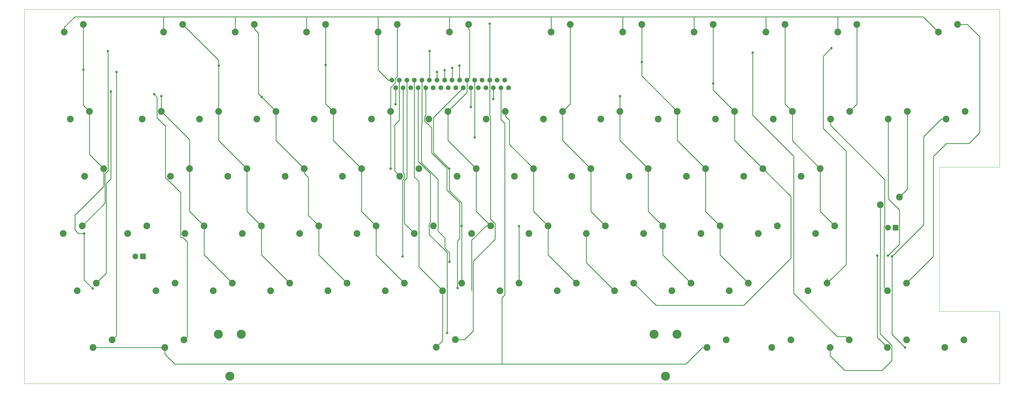
<source format=gbr>
G04 #@! TF.GenerationSoftware,KiCad,Pcbnew,(5.1.4-0-10_14)*
G04 #@! TF.CreationDate,2019-11-18T20:50:20+11:00*
G04 #@! TF.ProjectId,A600KB,41363030-4b42-42e6-9b69-6361645f7063,rev?*
G04 #@! TF.SameCoordinates,Original*
G04 #@! TF.FileFunction,Copper,L2,Bot*
G04 #@! TF.FilePolarity,Positive*
%FSLAX46Y46*%
G04 Gerber Fmt 4.6, Leading zero omitted, Abs format (unit mm)*
G04 Created by KiCad (PCBNEW (5.1.4-0-10_14)) date 2019-11-18 20:50:20*
%MOMM*%
%LPD*%
G04 APERTURE LIST*
%ADD10C,0.100000*%
%ADD11C,3.000000*%
%ADD12C,2.250000*%
%ADD13C,1.600000*%
%ADD14C,1.905000*%
%ADD15R,1.905000X1.905000*%
%ADD16C,0.800000*%
%ADD17C,0.250000*%
G04 APERTURE END LIST*
D10*
X364000000Y-140500000D02*
X364000000Y-164500000D01*
X364000000Y-40000000D02*
X364000000Y-92500000D01*
X344000000Y-92500000D02*
X364000000Y-92500000D01*
X344000000Y-140500000D02*
X344000000Y-92500000D01*
X364000000Y-140500000D02*
X344000000Y-140500000D01*
X40000000Y-164500000D02*
X364000000Y-164500000D01*
X40000000Y-40000000D02*
X40000000Y-164500000D01*
X40000000Y-40000000D02*
X364000000Y-40000000D01*
D11*
X256794000Y-148082000D03*
X249174000Y-148082000D03*
X252984000Y-162052000D03*
X112014000Y-148082000D03*
X104394000Y-148082000D03*
X108204000Y-162052000D03*
D12*
X183134000Y-149860000D03*
X176784000Y-152400000D03*
X66294000Y-92964000D03*
X59944000Y-95504000D03*
X63881000Y-131064000D03*
X57531000Y-133604000D03*
X306705000Y-131064000D03*
X300355000Y-133604000D03*
D13*
X162052000Y-63540000D03*
X163302000Y-66040000D03*
X164552000Y-63540000D03*
X165802000Y-66040000D03*
X167052000Y-63540000D03*
X168302000Y-66040000D03*
X169552000Y-63540000D03*
X170802000Y-66040000D03*
X172052000Y-63540000D03*
X173302000Y-66040000D03*
X174552000Y-63540000D03*
X175802000Y-66040000D03*
X177052000Y-63540000D03*
X178302000Y-66040000D03*
X179552000Y-63540000D03*
X180802000Y-66040000D03*
X182052000Y-63540000D03*
X183302000Y-66040000D03*
X184552000Y-63540000D03*
X185802000Y-66040000D03*
X187052000Y-63540000D03*
X188302000Y-66040000D03*
X189552000Y-63540000D03*
X190802000Y-66040000D03*
X192052000Y-63540000D03*
X193302000Y-66040000D03*
X194552000Y-63540000D03*
X195802000Y-66040000D03*
X197052000Y-63540000D03*
X198302000Y-66040000D03*
X199552000Y-63540000D03*
X200802000Y-66040000D03*
D12*
X59563000Y-44958000D03*
X53213000Y-47498000D03*
X86233000Y-47498000D03*
X92583000Y-44958000D03*
X116332000Y-44958000D03*
X109982000Y-47498000D03*
X133731000Y-47498000D03*
X140081000Y-44958000D03*
X163830000Y-44958000D03*
X157480000Y-47498000D03*
X181229000Y-47498000D03*
X187579000Y-44958000D03*
X221361000Y-44958000D03*
X215011000Y-47498000D03*
X238760000Y-47498000D03*
X245110000Y-44958000D03*
X268859000Y-44958000D03*
X262509000Y-47498000D03*
X286385000Y-47498000D03*
X292735000Y-44958000D03*
X316611000Y-44958000D03*
X310261000Y-47498000D03*
X55245000Y-76454000D03*
X61595000Y-73914000D03*
X79121000Y-76454000D03*
X85471000Y-73914000D03*
X104521000Y-73914000D03*
X98171000Y-76454000D03*
X117221000Y-76454000D03*
X123571000Y-73914000D03*
X142621000Y-73914000D03*
X136271000Y-76454000D03*
X161671000Y-73914000D03*
X155321000Y-76454000D03*
X174371000Y-76454000D03*
X180721000Y-73914000D03*
X199771000Y-73914000D03*
X193421000Y-76454000D03*
X212471000Y-76454000D03*
X218821000Y-73914000D03*
X237871000Y-73914000D03*
X231521000Y-76454000D03*
X256921000Y-73914000D03*
X250571000Y-76454000D03*
X269621000Y-76454000D03*
X275971000Y-73914000D03*
X295148000Y-73914000D03*
X288798000Y-76454000D03*
X307848000Y-76454000D03*
X314198000Y-73914000D03*
X327025000Y-76454000D03*
X333375000Y-73914000D03*
X352552000Y-73914000D03*
X346202000Y-76454000D03*
X343662000Y-47498000D03*
X350012000Y-44958000D03*
X88519000Y-95504000D03*
X94869000Y-92964000D03*
X113919000Y-92964000D03*
X107569000Y-95504000D03*
X126619000Y-95504000D03*
X132969000Y-92964000D03*
X152019000Y-92964000D03*
X145669000Y-95504000D03*
X164719000Y-95504000D03*
X171069000Y-92964000D03*
X190119000Y-92964000D03*
X183769000Y-95504000D03*
X202819000Y-95504000D03*
X209169000Y-92964000D03*
X228219000Y-92964000D03*
X221869000Y-95504000D03*
X240919000Y-95504000D03*
X247269000Y-92964000D03*
X266319000Y-92964000D03*
X259969000Y-95504000D03*
X279019000Y-95504000D03*
X285369000Y-92964000D03*
X304419000Y-92964000D03*
X298069000Y-95504000D03*
X330708000Y-102489000D03*
X324358000Y-105029000D03*
D14*
X326898000Y-112649000D03*
D15*
X329438000Y-112649000D03*
D12*
X59182000Y-112014000D03*
X52832000Y-114554000D03*
X80645000Y-112014000D03*
X74295000Y-114554000D03*
D14*
X76835000Y-122174000D03*
D15*
X79375000Y-122174000D03*
D12*
X99695000Y-112014000D03*
X93345000Y-114554000D03*
X112395000Y-114554000D03*
X118745000Y-112014000D03*
X137795000Y-112014000D03*
X131445000Y-114554000D03*
X150495000Y-114554000D03*
X156845000Y-112014000D03*
X175895000Y-112014000D03*
X169545000Y-114554000D03*
X188595000Y-114554000D03*
X194945000Y-112014000D03*
X213995000Y-112014000D03*
X207645000Y-114554000D03*
X226695000Y-114554000D03*
X233045000Y-112014000D03*
X252095000Y-112014000D03*
X245745000Y-114554000D03*
X264795000Y-114554000D03*
X271145000Y-112014000D03*
X242443000Y-131064000D03*
X236093000Y-133604000D03*
X302895000Y-114554000D03*
X309245000Y-112014000D03*
X326771000Y-133604000D03*
X333121000Y-131064000D03*
X90043000Y-131064000D03*
X83693000Y-133604000D03*
X102743000Y-133604000D03*
X109093000Y-131064000D03*
X121793000Y-133604000D03*
X128143000Y-131064000D03*
X147193000Y-131064000D03*
X140843000Y-133604000D03*
X159893000Y-133604000D03*
X166243000Y-131064000D03*
X185293000Y-131064000D03*
X178943000Y-133604000D03*
X197993000Y-133604000D03*
X204343000Y-131064000D03*
X223393000Y-131064000D03*
X217043000Y-133604000D03*
X283845000Y-114554000D03*
X290195000Y-112014000D03*
X261493000Y-131064000D03*
X255143000Y-133604000D03*
X274193000Y-133604000D03*
X280543000Y-131064000D03*
X314071000Y-149987000D03*
X307721000Y-152527000D03*
X333121000Y-149987000D03*
X326771000Y-152527000D03*
X345821000Y-152527000D03*
X352171000Y-149987000D03*
X62738000Y-152527000D03*
X69088000Y-149987000D03*
X92964000Y-149987000D03*
X86614000Y-152527000D03*
X266827000Y-152527000D03*
X273177000Y-149987000D03*
X288290000Y-152527000D03*
X294640000Y-149987000D03*
D16*
X163252990Y-71570010D03*
X165608000Y-122174000D03*
X328262099Y-122206901D03*
X332613000Y-152527000D03*
X308102000Y-52832000D03*
X326898000Y-121920000D03*
X323342000Y-121920000D03*
X180434099Y-147668099D03*
X181229000Y-123952000D03*
X183896000Y-132715000D03*
X174625000Y-53848000D03*
X67691000Y-53848000D03*
X68707000Y-67310000D03*
X177052000Y-60847000D03*
X70499000Y-60847000D03*
X83058000Y-68199000D03*
X59817000Y-114554000D03*
X62676999Y-132907999D03*
X179552000Y-60224000D03*
X59563000Y-60071000D03*
X85471000Y-68834000D03*
X182118000Y-59436000D03*
X104584500Y-58737500D03*
X118808500Y-69151500D03*
X184531000Y-58674000D03*
X140081000Y-58420000D03*
X161671000Y-92964000D03*
X181102000Y-92964000D03*
X185293000Y-112014000D03*
X204343000Y-112141000D03*
X188341000Y-72517000D03*
X189611000Y-82550000D03*
X237871000Y-68834000D03*
X245110000Y-57531000D03*
X268859000Y-64643000D03*
X194564000Y-44704000D03*
X195802000Y-69818000D03*
X281940000Y-54356000D03*
D17*
X53213000Y-45907010D02*
X56702010Y-42418000D01*
X53213000Y-47498000D02*
X53213000Y-45907010D01*
X338582000Y-42418000D02*
X343662000Y-47498000D01*
X310261000Y-47498000D02*
X310261000Y-42418000D01*
X286385000Y-47498000D02*
X286385000Y-42418000D01*
X286385000Y-42418000D02*
X338582000Y-42418000D01*
X262509000Y-47498000D02*
X262509000Y-42418000D01*
X262509000Y-42418000D02*
X286385000Y-42418000D01*
X238760000Y-47498000D02*
X238760000Y-42418000D01*
X238760000Y-42418000D02*
X262509000Y-42418000D01*
X215011000Y-47498000D02*
X215011000Y-42418000D01*
X215011000Y-42418000D02*
X238760000Y-42418000D01*
X181229000Y-47498000D02*
X181229000Y-42418000D01*
X181229000Y-42418000D02*
X215011000Y-42418000D01*
X157480000Y-42418000D02*
X181229000Y-42418000D01*
X157480000Y-47498000D02*
X157480000Y-42418000D01*
X133731000Y-47498000D02*
X133731000Y-42418000D01*
X133731000Y-42418000D02*
X157480000Y-42418000D01*
X109982000Y-45907010D02*
X109982000Y-42418000D01*
X109982000Y-47498000D02*
X109982000Y-45907010D01*
X109982000Y-42418000D02*
X133731000Y-42418000D01*
X86233000Y-47498000D02*
X86233000Y-42418000D01*
X86233000Y-42418000D02*
X109982000Y-42418000D01*
X56702010Y-42418000D02*
X86233000Y-42418000D01*
X157480000Y-49088990D02*
X157480000Y-47498000D01*
X160920630Y-63540000D02*
X157480000Y-60099370D01*
X157480000Y-60099370D02*
X157480000Y-49088990D01*
X162052000Y-63540000D02*
X160920630Y-63540000D01*
X325646001Y-132479001D02*
X326771000Y-133604000D01*
X325620499Y-132453499D02*
X325646001Y-132479001D01*
X325849099Y-96617073D02*
X325849099Y-111807199D01*
X325620499Y-112035799D02*
X325620499Y-132453499D01*
X307848000Y-78615974D02*
X325849099Y-96617073D01*
X325849099Y-111807199D02*
X325620499Y-112035799D01*
X307848000Y-76454000D02*
X307848000Y-78615974D01*
X163302000Y-66040000D02*
X163302000Y-71481000D01*
X163594001Y-94379001D02*
X164719000Y-95504000D01*
X163010999Y-93795999D02*
X163594001Y-94379001D01*
X163010999Y-78417999D02*
X163010999Y-93795999D01*
X164552000Y-76876998D02*
X163010999Y-78417999D01*
X164552000Y-63540000D02*
X164552000Y-76876998D01*
X324358000Y-105029000D02*
X324358000Y-122809000D01*
X328221001Y-151830999D02*
X328221001Y-156918999D01*
X324300999Y-147910997D02*
X328221001Y-151830999D01*
X324300999Y-122866001D02*
X324300999Y-147910997D01*
X324358000Y-122809000D02*
X324300999Y-122866001D01*
X328221001Y-156918999D02*
X324993000Y-160147000D01*
X312547000Y-160147000D02*
X307721000Y-155321000D01*
X307721000Y-154117990D02*
X307721000Y-152527000D01*
X307721000Y-155321000D02*
X307721000Y-154117990D01*
X324993000Y-160147000D02*
X312547000Y-160147000D01*
X166169001Y-96335615D02*
X165608000Y-96896616D01*
X165802000Y-94440998D02*
X166169001Y-94807999D01*
X166169001Y-94807999D02*
X166169001Y-96335615D01*
X165802000Y-66040000D02*
X165802000Y-94440998D01*
X165608000Y-96896616D02*
X165608000Y-122174000D01*
X165608000Y-122174000D02*
X165608000Y-122174000D01*
X168420001Y-113429001D02*
X169545000Y-114554000D01*
X166210099Y-111219099D02*
X168420001Y-113429001D01*
X167052000Y-96089026D02*
X166210099Y-96930927D01*
X166210099Y-96930927D02*
X166210099Y-111219099D01*
X167052000Y-63540000D02*
X167052000Y-96089026D01*
X338741901Y-82323109D02*
X338741901Y-111727099D01*
X344611010Y-76454000D02*
X338741901Y-82323109D01*
X346202000Y-76454000D02*
X344611010Y-76454000D01*
X328262099Y-122206901D02*
X328262099Y-148176099D01*
X338741901Y-111727099D02*
X328262099Y-122206901D01*
X328262099Y-148176099D02*
X332613000Y-152527000D01*
X328262099Y-122206901D02*
X328262099Y-122206901D01*
X332613000Y-152527000D02*
X332613000Y-152527000D01*
X226695000Y-124206000D02*
X236093000Y-133604000D01*
X226695000Y-114554000D02*
X226695000Y-124206000D01*
X306705000Y-129473010D02*
X306705000Y-131064000D01*
X307829999Y-129939001D02*
X307956999Y-129939001D01*
X306705000Y-131064000D02*
X307829999Y-129939001D01*
X307702001Y-53231999D02*
X308102000Y-52832000D01*
X305377999Y-55556001D02*
X307702001Y-53231999D01*
X305377999Y-79570001D02*
X305377999Y-55556001D01*
X312985001Y-87177003D02*
X305377999Y-79570001D01*
X312985001Y-124910999D02*
X312985001Y-87177003D01*
X307956999Y-129939001D02*
X312985001Y-124910999D01*
X171036099Y-125697099D02*
X177818001Y-132479001D01*
X177818001Y-132479001D02*
X178943000Y-133604000D01*
X171036099Y-97247101D02*
X171036099Y-125697099D01*
X169552000Y-95763002D02*
X171036099Y-97247101D01*
X169552000Y-63540000D02*
X169552000Y-95763002D01*
X330715501Y-106684527D02*
X330715501Y-118102499D01*
X327025000Y-102994026D02*
X330715501Y-106684527D01*
X327025000Y-76454000D02*
X327025000Y-102994026D01*
X330715501Y-118102499D02*
X326898000Y-121920000D01*
X326898000Y-121920000D02*
X326898000Y-121920000D01*
X323342000Y-149098000D02*
X326771000Y-152527000D01*
X323342000Y-121920000D02*
X323342000Y-149098000D01*
X178943000Y-150241000D02*
X176784000Y-152400000D01*
X178943000Y-133604000D02*
X178943000Y-150241000D01*
X174444999Y-114880001D02*
X177800000Y-118235002D01*
X174444999Y-111317999D02*
X174444999Y-114880001D01*
X174809001Y-110953997D02*
X174444999Y-111317999D01*
X174809001Y-94557999D02*
X174809001Y-110953997D01*
X170802000Y-90550998D02*
X174809001Y-94557999D01*
X170802000Y-66040000D02*
X170802000Y-90550998D01*
X177858999Y-118294001D02*
X177858999Y-118295999D01*
X177800000Y-118235002D02*
X177858999Y-118294001D01*
X180434099Y-120869101D02*
X180434099Y-147668099D01*
X177800000Y-118235002D02*
X180434099Y-120869101D01*
X180434099Y-147668099D02*
X180434099Y-147668099D01*
X181229000Y-123952000D02*
X181229000Y-123952000D01*
X172052000Y-78266998D02*
X172052000Y-63540000D01*
X177419000Y-96531588D02*
X171900999Y-91013587D01*
X179635001Y-116008001D02*
X177419000Y-113792000D01*
X171900999Y-91013587D02*
X171900999Y-78417999D01*
X179635001Y-119433593D02*
X179635001Y-116008001D01*
X171900999Y-78417999D02*
X172052000Y-78266998D01*
X177419000Y-113792000D02*
X177419000Y-96531588D01*
X181229000Y-121027592D02*
X179635001Y-119433593D01*
X181229000Y-123952000D02*
X181229000Y-121027592D01*
X183842999Y-117020001D02*
X183842999Y-132661999D01*
X184567999Y-116295001D02*
X183842999Y-117020001D01*
X180340000Y-100088998D02*
X184567999Y-104316997D01*
X172920999Y-75757999D02*
X172920999Y-77150001D01*
X175260000Y-87758410D02*
X180340000Y-92838410D01*
X175260000Y-79376998D02*
X175260000Y-87758410D01*
X173677001Y-77793999D02*
X175260000Y-79376998D01*
X173564997Y-77793999D02*
X173677001Y-77793999D01*
X184567999Y-104316997D02*
X184567999Y-116295001D01*
X172920999Y-77150001D02*
X173564997Y-77793999D01*
X180340000Y-92838410D02*
X180340000Y-100088998D01*
X173302000Y-75376998D02*
X172920999Y-75757999D01*
X183842999Y-132661999D02*
X183896000Y-132715000D01*
X173302000Y-66040000D02*
X173302000Y-75376998D01*
X66744010Y-94659992D02*
X67744001Y-93660001D01*
X66744010Y-104451990D02*
X66744010Y-94659992D01*
X59182000Y-112014000D02*
X66744010Y-104451990D01*
X174552000Y-62408630D02*
X174625000Y-62335630D01*
X174552000Y-63540000D02*
X174552000Y-62408630D01*
X174625000Y-62335630D02*
X174625000Y-53848000D01*
X174625000Y-53848000D02*
X174625000Y-53848000D01*
X67691000Y-54413685D02*
X67691000Y-53848000D01*
X67744001Y-54466686D02*
X67691000Y-54413685D01*
X67744001Y-93660001D02*
X67744001Y-54466686D01*
X65005999Y-129939001D02*
X63881000Y-131064000D01*
X67194020Y-127750980D02*
X65005999Y-129939001D01*
X67194020Y-97907978D02*
X67194020Y-127750980D01*
X68707000Y-96394998D02*
X67194020Y-97907978D01*
X68707000Y-67310000D02*
X68707000Y-96394998D01*
X177052000Y-63540000D02*
X177052000Y-60847000D01*
X177052000Y-60847000D02*
X177052000Y-60847000D01*
X70499000Y-148576000D02*
X69088000Y-149987000D01*
X70499000Y-60847000D02*
X70499000Y-148576000D01*
X92144999Y-115893999D02*
X92651001Y-115893999D01*
X91894999Y-100913997D02*
X91894999Y-115643999D01*
X87825001Y-96843999D02*
X91894999Y-100913997D01*
X87712997Y-96843999D02*
X87825001Y-96843999D01*
X91894999Y-115643999D02*
X92144999Y-115893999D01*
X86810999Y-95942001D02*
X87712997Y-96843999D01*
X86810999Y-78809999D02*
X86810999Y-95942001D01*
X84020999Y-76019999D02*
X86810999Y-78809999D01*
X84020999Y-69161999D02*
X84020999Y-76019999D01*
X83058000Y-68199000D02*
X84020999Y-69161999D01*
X94088999Y-148862001D02*
X92964000Y-149987000D01*
X94088999Y-117331997D02*
X94088999Y-148862001D01*
X92651001Y-115893999D02*
X94088999Y-117331997D01*
X59563000Y-71882000D02*
X61595000Y-73914000D01*
X59563000Y-44958000D02*
X59563000Y-71882000D01*
X61595000Y-88265000D02*
X66294000Y-92964000D01*
X61595000Y-73914000D02*
X61595000Y-88265000D01*
X66294000Y-98935974D02*
X56769000Y-108460974D01*
X66294000Y-92964000D02*
X66294000Y-98935974D01*
X56769000Y-108460974D02*
X56769000Y-113411000D01*
X56769000Y-113411000D02*
X57912000Y-114554000D01*
X57912000Y-114554000D02*
X59817000Y-114554000D01*
X59817000Y-114554000D02*
X59817000Y-130048000D01*
X59817000Y-130048000D02*
X62676999Y-132907999D01*
X179552000Y-63540000D02*
X179552000Y-60224000D01*
X59817000Y-114554000D02*
X59817000Y-114554000D01*
X62676999Y-132907999D02*
X62676999Y-132907999D01*
X179552000Y-60224000D02*
X179552000Y-60224000D01*
X94869000Y-83312000D02*
X94869000Y-92964000D01*
X85471000Y-73914000D02*
X94869000Y-83312000D01*
X94869000Y-107188000D02*
X99695000Y-112014000D01*
X94869000Y-92964000D02*
X94869000Y-107188000D01*
X99695000Y-121666000D02*
X109093000Y-131064000D01*
X99695000Y-112014000D02*
X99695000Y-121666000D01*
X85471000Y-68834000D02*
X85471000Y-73914000D01*
X104521000Y-56896000D02*
X104521000Y-73914000D01*
X92583000Y-44958000D02*
X104521000Y-56896000D01*
X104521000Y-83566000D02*
X113919000Y-92964000D01*
X104521000Y-73914000D02*
X104521000Y-83566000D01*
X113919000Y-107188000D02*
X118745000Y-112014000D01*
X113919000Y-92964000D02*
X113919000Y-107188000D01*
X118745000Y-121666000D02*
X128143000Y-131064000D01*
X118745000Y-112014000D02*
X118745000Y-121666000D01*
X182052000Y-62408630D02*
X182118000Y-62342630D01*
X182052000Y-63540000D02*
X182052000Y-62408630D01*
X182118000Y-62342630D02*
X182118000Y-59436000D01*
X182118000Y-59436000D02*
X182118000Y-59436000D01*
X122446001Y-72789001D02*
X123571000Y-73914000D01*
X117671999Y-47888989D02*
X117671999Y-68014999D01*
X117671999Y-68014999D02*
X118808500Y-69151500D01*
X116332000Y-46548990D02*
X117671999Y-47888989D01*
X116332000Y-44958000D02*
X116332000Y-46548990D01*
X123571000Y-83566000D02*
X132969000Y-92964000D01*
X123571000Y-73914000D02*
X123571000Y-83566000D01*
X136670001Y-110889001D02*
X137795000Y-112014000D01*
X134308999Y-95894989D02*
X134308999Y-108527999D01*
X132969000Y-94554990D02*
X134308999Y-95894989D01*
X134308999Y-108527999D02*
X136670001Y-110889001D01*
X132969000Y-92964000D02*
X132969000Y-94554990D01*
X137795000Y-121666000D02*
X147193000Y-131064000D01*
X137795000Y-112014000D02*
X137795000Y-121666000D01*
X118808500Y-69151500D02*
X122446001Y-72789001D01*
X140081000Y-71374000D02*
X142621000Y-73914000D01*
X140081000Y-44958000D02*
X140081000Y-71374000D01*
X142621000Y-83566000D02*
X152019000Y-92964000D01*
X142621000Y-73914000D02*
X142621000Y-83566000D01*
X152019000Y-107188000D02*
X156845000Y-112014000D01*
X152019000Y-92964000D02*
X152019000Y-107188000D01*
X156845000Y-121666000D02*
X166243000Y-131064000D01*
X156845000Y-112014000D02*
X156845000Y-121666000D01*
X184552000Y-62408630D02*
X184531000Y-62387630D01*
X184552000Y-63540000D02*
X184552000Y-62408630D01*
X184531000Y-62387630D02*
X184531000Y-58674000D01*
X184531000Y-58674000D02*
X184531000Y-58674000D01*
X161671000Y-66005998D02*
X161671000Y-72323010D01*
X163177001Y-64499997D02*
X161671000Y-66005998D01*
X163830000Y-62347000D02*
X163177001Y-62999999D01*
X161671000Y-72323010D02*
X161671000Y-73914000D01*
X163177001Y-62999999D02*
X163177001Y-64499997D01*
X163830000Y-44958000D02*
X163830000Y-62347000D01*
X161671000Y-73914000D02*
X161671000Y-92964000D01*
X161671000Y-92964000D02*
X161671000Y-92964000D01*
X185293000Y-104405588D02*
X181102000Y-100214588D01*
X185293000Y-131064000D02*
X185293000Y-112014000D01*
X181102000Y-100214588D02*
X181102000Y-92964000D01*
X181102000Y-92964000D02*
X181102000Y-92964000D01*
X185293000Y-112014000D02*
X185293000Y-104405588D01*
X180702001Y-92564001D02*
X181102000Y-92964000D01*
X175862099Y-87724099D02*
X180702001Y-92564001D01*
X175862099Y-75979901D02*
X175862099Y-87724099D01*
X185802000Y-66040000D02*
X175862099Y-75979901D01*
X180721000Y-83566000D02*
X190119000Y-92964000D01*
X180721000Y-73914000D02*
X180721000Y-83566000D01*
X190119000Y-107188000D02*
X194945000Y-112014000D01*
X190119000Y-92964000D02*
X190119000Y-107188000D01*
X188582991Y-116785019D02*
X193354010Y-112014000D01*
X193354010Y-112014000D02*
X194945000Y-112014000D01*
X188582991Y-133618007D02*
X188582991Y-116785019D01*
X187851999Y-46821989D02*
X187851999Y-62740001D01*
X187579000Y-46548990D02*
X187851999Y-46821989D01*
X187851999Y-62740001D02*
X187052000Y-63540000D01*
X187579000Y-44958000D02*
X187579000Y-46548990D01*
X187052000Y-67583000D02*
X180721000Y-73914000D01*
X187052000Y-63540000D02*
X187052000Y-67583000D01*
X204343000Y-131064000D02*
X204343000Y-112141000D01*
X204343000Y-112141000D02*
X204343000Y-112141000D01*
X188302000Y-66040000D02*
X188302000Y-69176000D01*
X188341000Y-69215000D02*
X188341000Y-72517000D01*
X188302000Y-69176000D02*
X188341000Y-69215000D01*
X201110999Y-84905999D02*
X208044001Y-91839001D01*
X201110999Y-76844989D02*
X201110999Y-84905999D01*
X199771000Y-75504990D02*
X201110999Y-76844989D01*
X208044001Y-91839001D02*
X209169000Y-92964000D01*
X199771000Y-73914000D02*
X199771000Y-75504990D01*
X209169000Y-107188000D02*
X213995000Y-112014000D01*
X209169000Y-92964000D02*
X209169000Y-107188000D01*
X213995000Y-121666000D02*
X223393000Y-131064000D01*
X213995000Y-112014000D02*
X213995000Y-121666000D01*
X218821000Y-83566000D02*
X228219000Y-92964000D01*
X218821000Y-73914000D02*
X218821000Y-83566000D01*
X228219000Y-107188000D02*
X233045000Y-112014000D01*
X228219000Y-92964000D02*
X228219000Y-107188000D01*
X221361000Y-71374000D02*
X218821000Y-73914000D01*
X221361000Y-44958000D02*
X221361000Y-71374000D01*
X189611000Y-63599000D02*
X189552000Y-63540000D01*
X189611000Y-82550000D02*
X189611000Y-63599000D01*
X237871000Y-83566000D02*
X247269000Y-92964000D01*
X237871000Y-73914000D02*
X237871000Y-83566000D01*
X247269000Y-107188000D02*
X252095000Y-112014000D01*
X247269000Y-92964000D02*
X247269000Y-107188000D01*
X252095000Y-121666000D02*
X261493000Y-131064000D01*
X252095000Y-112014000D02*
X252095000Y-121666000D01*
X237871000Y-68834000D02*
X237871000Y-73914000D01*
X245110000Y-62103000D02*
X256921000Y-73914000D01*
X245110000Y-44958000D02*
X245110000Y-62103000D01*
X256921000Y-83566000D02*
X266319000Y-92964000D01*
X256921000Y-73914000D02*
X256921000Y-83566000D01*
X266319000Y-107188000D02*
X271145000Y-112014000D01*
X266319000Y-92964000D02*
X266319000Y-107188000D01*
X271145000Y-121666000D02*
X280543000Y-131064000D01*
X271145000Y-112014000D02*
X271145000Y-121666000D01*
X268859000Y-66802000D02*
X275971000Y-73914000D01*
X268859000Y-44958000D02*
X268859000Y-64643000D01*
X275971000Y-83566000D02*
X285369000Y-92964000D01*
X275971000Y-73914000D02*
X275971000Y-83566000D01*
X268859000Y-64643000D02*
X268859000Y-66802000D01*
X278988097Y-138462901D02*
X294640000Y-122810998D01*
X249841901Y-138462901D02*
X278988097Y-138462901D01*
X242443000Y-131064000D02*
X249841901Y-138462901D01*
X294640000Y-102235000D02*
X285369000Y-92964000D01*
X294640000Y-122810998D02*
X294640000Y-102235000D01*
X292735000Y-71501000D02*
X295148000Y-73914000D01*
X292735000Y-44958000D02*
X292735000Y-71501000D01*
X295148000Y-83693000D02*
X304419000Y-92964000D01*
X295148000Y-73914000D02*
X295148000Y-83693000D01*
X304419000Y-107188000D02*
X309245000Y-112014000D01*
X304419000Y-92964000D02*
X304419000Y-107188000D01*
X194564000Y-63528000D02*
X194552000Y-63540000D01*
X194564000Y-44704000D02*
X194564000Y-63528000D01*
X189033001Y-123769997D02*
X189033001Y-147008999D01*
X186182000Y-149860000D02*
X183134000Y-149860000D01*
X196395001Y-111317999D02*
X196395001Y-116407997D01*
X194871001Y-75757999D02*
X194871001Y-109793999D01*
X189033001Y-147008999D02*
X186182000Y-149860000D01*
X194552000Y-75438998D02*
X194871001Y-75757999D01*
X196395001Y-116407997D02*
X189033001Y-123769997D01*
X194871001Y-109793999D02*
X196395001Y-111317999D01*
X194552000Y-63540000D02*
X194552000Y-75438998D01*
X316611000Y-71501000D02*
X314198000Y-73914000D01*
X316611000Y-44958000D02*
X316611000Y-71501000D01*
X333375000Y-99822000D02*
X330708000Y-102489000D01*
X333375000Y-73914000D02*
X333375000Y-99822000D01*
X195802000Y-69818000D02*
X195802000Y-66040000D01*
X342011000Y-122174000D02*
X333121000Y-131064000D01*
X342011000Y-88900000D02*
X342011000Y-122174000D01*
X346329000Y-84582000D02*
X342011000Y-88900000D01*
X350012000Y-44958000D02*
X353314000Y-44958000D01*
X353822000Y-84582000D02*
X346329000Y-84582000D01*
X357378000Y-81026000D02*
X353822000Y-84582000D01*
X357378000Y-49022000D02*
X357378000Y-81026000D01*
X353314000Y-44958000D02*
X357378000Y-49022000D01*
X310026999Y-148862001D02*
X296291000Y-135126002D01*
X312946001Y-148862001D02*
X310026999Y-148862001D01*
X314071000Y-149987000D02*
X312946001Y-148862001D01*
X295598999Y-88841001D02*
X281940000Y-75182002D01*
X295598999Y-134434001D02*
X295598999Y-88841001D01*
X296291000Y-135126002D02*
X295598999Y-134434001D01*
X281940000Y-75182002D02*
X281940000Y-54356000D01*
X281940000Y-54356000D02*
X281940000Y-54356000D01*
X199549901Y-77880927D02*
X199549901Y-134965125D01*
X198302000Y-76633026D02*
X199549901Y-77880927D01*
X198302000Y-66040000D02*
X198302000Y-76633026D01*
X265236010Y-152527000D02*
X259775010Y-157988000D01*
X266827000Y-152527000D02*
X265236010Y-152527000D01*
X86614000Y-154117990D02*
X86614000Y-152527000D01*
X89913026Y-157988000D02*
X86614000Y-154688974D01*
X86614000Y-154688974D02*
X86614000Y-154117990D01*
X62738000Y-152527000D02*
X86614000Y-152527000D01*
X199549901Y-134965125D02*
X198628000Y-135887026D01*
X198628000Y-135887026D02*
X198628000Y-157988000D01*
X198628000Y-157988000D02*
X89913026Y-157988000D01*
X259775010Y-157988000D02*
X198628000Y-157988000D01*
M02*

</source>
